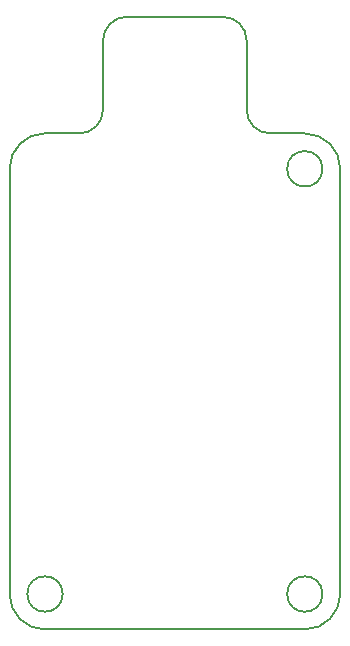
<source format=gbr>
G04 #@! TF.GenerationSoftware,KiCad,Pcbnew,(5.0.0)*
G04 #@! TF.CreationDate,2018-12-14T13:41:46-05:00*
G04 #@! TF.ProjectId,uv_pcb,75765F7063622E6B696361645F706362,rev?*
G04 #@! TF.SameCoordinates,Original*
G04 #@! TF.FileFunction,Profile,NP*
%FSLAX46Y46*%
G04 Gerber Fmt 4.6, Leading zero omitted, Abs format (unit mm)*
G04 Created by KiCad (PCBNEW (5.0.0)) date 12/14/18 13:41:46*
%MOMM*%
%LPD*%
G01*
G04 APERTURE LIST*
%ADD10C,0.200000*%
G04 APERTURE END LIST*
D10*
X105719708Y-54630447D02*
G75*
G02X107719708Y-52630447I2000000J0D01*
G01*
X102300000Y-101500000D02*
G75*
G03X102300000Y-101500000I-1500000J0D01*
G01*
X124300000Y-65500000D02*
G75*
G03X124300000Y-65500000I-1500000J0D01*
G01*
X103719708Y-62500000D02*
X100800000Y-62500000D01*
X117880276Y-60500000D02*
X117880276Y-54630447D01*
X122800000Y-62500000D02*
G75*
G02X125800000Y-65500000I0J-3000000D01*
G01*
X100800000Y-104500000D02*
G75*
G02X97800000Y-101500000I0J3000000D01*
G01*
X125800000Y-101500000D02*
X125800000Y-65500000D01*
X105719708Y-60500000D02*
G75*
G02X103719708Y-62500000I-2000000J0D01*
G01*
X122800000Y-62500000D02*
X119880276Y-62500000D01*
X119880276Y-62500000D02*
G75*
G02X117880276Y-60500000I0J2000000D01*
G01*
X105719708Y-54630447D02*
X105719708Y-60500000D01*
X100800000Y-104500000D02*
X122800000Y-104500000D01*
X115880276Y-52630447D02*
X107719708Y-52630447D01*
X125800000Y-101500000D02*
G75*
G02X122800000Y-104500000I-3000000J0D01*
G01*
X97800000Y-65500000D02*
G75*
G02X100800000Y-62500000I3000000J0D01*
G01*
X97800000Y-65500000D02*
X97800000Y-101500000D01*
X115880276Y-52630447D02*
G75*
G02X117880276Y-54630447I0J-2000000D01*
G01*
X124300000Y-101500000D02*
G75*
G03X124300000Y-101500000I-1500000J0D01*
G01*
M02*

</source>
